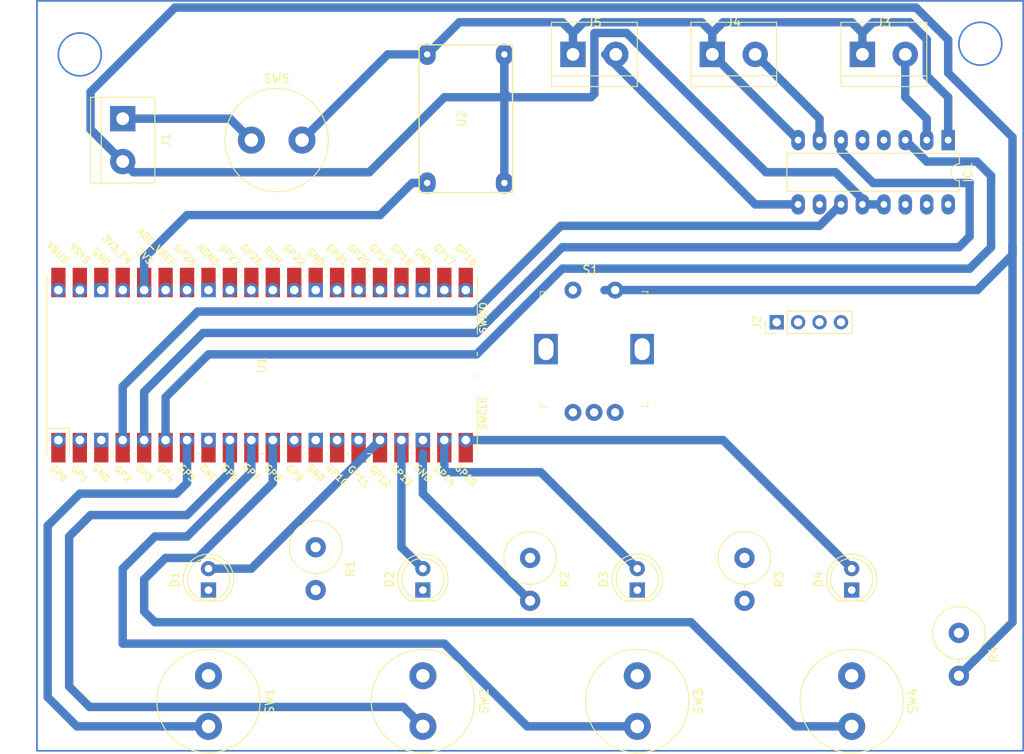
<source format=kicad_pcb>
(kicad_pcb (version 20221018) (generator pcbnew)
  (layers (0 "F.Cu" signal) (31 "B.Cu" signal) (34 "B.Paste" user) (35 "F.Paste" user) (36 "B.SilkS" user "B.Silkscreen") (37 "F.SilkS" user "F.Silkscreen") (38 "B.Mask" user) (39 "F.Mask" user) (44 "Edge.Cuts" user))
  (net 0 "")
  (net 1 "Net-(D1-K)")
  (net 2 "Net-(D1-A)")
  (net 3 "Net-(D2-K)")
  (net 4 "Net-(D2-A)")
  (net 5 "Net-(D3-K)")
  (net 6 "Net-(D3-A)")
  (net 7 "Net-(D4-K)")
  (net 8 "Net-(D4-A)")
  (net 9 "Net-(J1-Pin_1)")
  (net 10 "+BATT")
  (net 11 "GND")
  (net 13 "Net-(U1-GPIO11)")
  (net 14 "Net-(S1-CH_A)")
  (net 15 "Net-(S1-CH_B)")
  (net 16 "Net-(U1-GPIO5)")
  (net 17 "Net-(U1-GPIO6)")
  (net 18 "Net-(U1-GPIO7)")
  (net 19 "Net-(U1-GPIO8)")
  (net 20 "Net-(J2-Pin_4)")
  (net 21 "Net-(J2-Pin_3)")
  (net 22 "Net-(IC1-I3)")
  (net 23 "Net-(IC1-I2)")
  (net 24 "Net-(IC1-I1)")
  (net 27 "+3V3")
  (net 28 "Net-(IC1-O3)")
  (net 29 "Net-(IC1-O1)")
  (net 30 "Net-(IC1-O2)")
  (footprint "Package_DIP:DIP-16_W7.62mm_LongPads" (layer "F.Cu") (at 158.75 66.04 -90)
    (fp_text reference "IC1" (at 3.81 -2.33 90) (layer "F.SilkS"))
    (fp_text value "ULN2065B")
    (fp_line (start 1.56 -1.33) (end 1.56 19.11) (stroke (width 0.12)) (layer "F.SilkS"))
    (fp_line (start 1.56 19.11) (end 6.06 19.11) (stroke (width 0.12)) (layer "F.SilkS"))
    (fp_line (start 2.81 -1.33) (end 1.56 -1.33) (stroke (width 0.12)) (layer "F.SilkS"))
    (fp_line (start 6.06 -1.33) (end 4.81 -1.33) (stroke (width 0.12)) (layer "F.SilkS"))
    (fp_line (start 6.06 19.11) (end 6.06 -1.33) (stroke (width 0.12)) (layer "F.SilkS"))
    (fp_arc (start 4.81 -1.33) (mid 3.81 -0.33) (end 2.81 -1.33) (stroke (width 0.12)) (layer "F.SilkS"))
    (pad "1" thru_hole rect (at 0 0 270) (size 2.4 1.6) (drill 0.8) (layers "*.Cu" "*.Mask") (net 10 "+BATT"))
    (pad "2" thru_hole oval (at 0 2.54 270) (size 2.4 1.6) (drill 0.8) (layers "*.Cu" "*.Mask") (net 29 "Net-(IC1-O1)"))
    (pad "3" thru_hole oval (at 0 5.08 270) (size 2.4 1.6) (drill 0.8) (layers "*.Cu" "*.Mask") (net 24 "Net-(IC1-I1)"))
    (pad "4" thru_hole oval (at 0 7.62 270) (size 2.4 1.6) (drill 0.8) (layers "*.Cu" "*.Mask") (net 11 "GND"))
    (pad "5" thru_hole oval (at 0 10.16 270) (size 2.4 1.6) (drill 0.8) (layers "*.Cu" "*.Mask") (net 11 "GND"))
    (pad "6" thru_hole oval (at 0 12.7 270) (size 2.4 1.6) (drill 0.8) (layers "*.Cu" "*.Mask") (net 23 "Net-(IC1-I2)"))
    (pad "7" thru_hole oval (at 0 15.24 270) (size 2.4 1.6) (drill 0.8) (layers "*.Cu" "*.Mask") (net 30 "Net-(IC1-O2)"))
    (pad "8" thru_hole oval (at 0 17.78 270) (size 2.4 1.6) (drill 0.8) (layers "*.Cu" "*.Mask") (net 10 "+BATT"))
    (pad "9" thru_hole oval (at 7.62 17.78 270) (size 2.4 1.6) (drill 0.8) (layers "*.Cu" "*.Mask") (net 28 "Net-(IC1-O3)"))
    (pad "10" thru_hole oval (at 7.62 15.24 270) (size 2.4 1.6) (drill 0.8) (layers "*.Cu" "*.Mask"))
    (pad "11" thru_hole oval (at 7.62 12.7 270) (size 2.4 1.6) (drill 0.8) (layers "*.Cu" "*.Mask") (net 22 "Net-(IC1-I3)"))
    (pad "12" thru_hole oval (at 7.62 10.16 270) (size 2.4 1.6) (drill 0.8) (layers "*.Cu" "*.Mask") (net 11 "GND"))
    (pad "13" thru_hole oval (at 7.62 7.62 270) (size 2.4 1.6) (drill 0.8) (layers "*.Cu" "*.Mask") (net 11 "GND"))
    (pad "14" thru_hole oval (at 7.62 5.08 270) (size 2.4 1.6) (drill 0.8) (layers "*.Cu" "*.Mask"))
    (pad "15" thru_hole oval (at 7.62 2.54 270) (size 2.4 1.6) (drill 0.8) (layers "*.Cu" "*.Mask"))
    (pad "16" thru_hole oval (at 7.62 0 270) (size 2.4 1.6) (drill 0.8) (layers "*.Cu" "*.Mask"))
  )
  (footprint "Inductor_THT:L_Radial_D12.0mm_P6.00mm_MuRATA_1900R" (layer "F.Cu") (at 76.2 66.04)
    (fp_text reference "SW5" (at 3 -7.25) (layer "F.SilkS"))
    (fp_text value "POWER_SW")
    (fp_circle (center 3 0) (end 9.12 0) (stroke (width 0.12)) (fill none) (layer "F.SilkS"))
    (pad "1" thru_hole circle (at 0 0) (size 3.2 3.2) (drill 1.6) (layers "*.Cu" "*.Mask") (net 9 "Net-(J1-Pin_1)"))
    (pad "2" thru_hole circle (at 6 0) (size 3.2 3.2) (drill 1.6) (layers "*.Cu" "*.Mask") (net 10 "+BATT"))
  )
  (footprint "Mini360_step-down:Mini360_step-down" (layer "F.Cu") (at 101.6 63.5 -90)
    (fp_text reference "U2" (at 0 0.5 90) (layer "F.SilkS"))
    (fp_text value "Mini360")
    (fp_line (start -8.75 -5.54) (end -8.75 5.53) (stroke (width 0.15)) (layer "F.SilkS"))
    (fp_line (start -8.75 -5.54) (end 8.75 -5.54) (stroke (width 0.15)) (layer "F.SilkS"))
    (fp_line (start 8.75 5.53) (end -8.75 5.53) (stroke (width 0.15)) (layer "F.SilkS"))
    (fp_line (start 8.75 5.53) (end 8.75 -5.54) (stroke (width 0.15)) (layer "F.SilkS"))
    (pad "1" thru_hole oval (at -7.62 -4.57 270) (size 2.5 2) (drill 0.762) (layers "*.Cu" "*.Mask") (net 11 "GND"))
    (pad "2" thru_hole oval (at -7.62 4.57 270) (size 2.5 2) (drill 0.762) (layers "*.Cu" "*.Mask") (net 10 "+BATT"))
    (pad "3" thru_hole oval (at 7.62 -4.57 270) (size 2.5 2) (drill 0.762) (layers "*.Cu" "*.Mask") (net 11 "GND"))
    (pad "4" thru_hole oval (at 7.62 4.57 270) (size 2.5 2) (drill 0.762) (layers "*.Cu" "*.Mask") (net 27 "+3V3"))
  )
  (footprint "TerminalBlock:TerminalBlock_bornier-2_P5.08mm" (layer "F.Cu") (at 114.3 55.88)
    (fp_text reference "J5" (at 2.54 -3.75) (layer "F.SilkS"))
    (fp_text value "CH3")
    (fp_line (start -2.54 -3.81) (end -2.54 3.81) (stroke (width 0.12)) (layer "F.SilkS"))
    (fp_line (start -2.54 3.81) (end 7.62 3.81) (stroke (width 0.12)) (layer "F.SilkS"))
    (fp_line (start 7.62 -3.81) (end -2.54 -3.81) (stroke (width 0.12)) (layer "F.SilkS"))
    (fp_line (start 7.62 2.54) (end -2.54 2.54) (stroke (width 0.12)) (layer "F.SilkS"))
    (fp_line (start 7.62 3.81) (end 7.62 -3.81) (stroke (width 0.12)) (layer "F.SilkS"))
    (pad "1" thru_hole rect (at 0 0) (size 3 3) (drill 1.52) (layers "*.Cu" "*.Mask") (net 10 "+BATT"))
    (pad "2" thru_hole circle (at 5.08 0) (size 3 3) (drill 1.52) (layers "*.Cu" "*.Mask") (net 28 "Net-(IC1-O3)"))
  )
  (footprint "LED_THT:LED_D5.0mm" (layer "F.Cu") (at 121.92 119.38 90)
    (fp_text reference "D3" (at 1.27 -3.96 90) (layer "F.SilkS"))
    (fp_text value "LED3")
    (fp_line (start -1.29 -1.545) (end -1.29 1.545) (stroke (width 0.12)) (layer "F.SilkS"))
    (fp_arc (start -1.29 -1.54483) (mid 2.072002 -2.880433) (end 4.26 0.000462) (stroke (width 0.12)) (layer "F.SilkS"))
    (fp_arc (start 4.26 -0.000462) (mid 2.072002 2.880433) (end -1.29 1.54483) (stroke (width 0.12)) (layer "F.SilkS"))
    (fp_circle (center 1.27 0) (end 3.77 0) (stroke (width 0.12)) (fill none) (layer "F.SilkS"))
    (pad "1" thru_hole rect (at 0 0 90) (size 1.8 1.8) (drill 0.9) (layers "*.Cu" "*.Mask") (net 5 "Net-(D3-K)"))
    (pad "2" thru_hole circle (at 2.54 0 90) (size 1.8 1.8) (drill 0.9) (layers "*.Cu" "*.Mask") (net 6 "Net-(D3-A)"))
  )
  (footprint "Connector_PinHeader_2.54mm:PinHeader_1x04_P2.54mm_Vertical" (layer "F.Cu") (at 138.43 87.63 90)
    (fp_text reference "J2" (at 0 -2.33 90) (layer "F.SilkS"))
    (fp_text value "Conn_01x04_Female")
    (fp_line (start -1.33 -1.33) (end 0 -1.33) (stroke (width 0.12)) (layer "F.SilkS"))
    (fp_line (start -1.33 0) (end -1.33 -1.33) (stroke (width 0.12)) (layer "F.SilkS"))
    (fp_line (start -1.33 1.27) (end -1.33 8.95) (stroke (width 0.12)) (layer "F.SilkS"))
    (fp_line (start -1.33 1.27) (end 1.33 1.27) (stroke (width 0.12)) (layer "F.SilkS"))
    (fp_line (start -1.33 8.95) (end 1.33 8.95) (stroke (width 0.12)) (layer "F.SilkS"))
    (fp_line (start 1.33 1.27) (end 1.33 8.95) (stroke (width 0.12)) (layer "F.SilkS"))
    (pad "1" thru_hole rect (at 0 0 90) (size 1.7 1.7) (drill 1) (layers "*.Cu" "*.Mask") (net 11 "GND"))
    (pad "2" thru_hole oval (at 0 2.54 90) (size 1.7 1.7) (drill 1) (layers "*.Cu" "*.Mask") (net 27 "+3V3"))
    (pad "3" thru_hole oval (at 0 5.08 90) (size 1.7 1.7) (drill 1) (layers "*.Cu" "*.Mask") (net 21 "Net-(J2-Pin_3)"))
    (pad "4" thru_hole oval (at 0 7.62 90) (size 1.7 1.7) (drill 1) (layers "*.Cu" "*.Mask") (net 20 "Net-(J2-Pin_4)"))
  )
  (footprint "Resistor_THT:R_Axial_DIN0617_L17.0mm_D6.0mm_P5.08mm_Vertical" (layer "F.Cu") (at 134.62 115.57 -90)
    (fp_text reference "R3" (at 2.54 -4.12 90) (layer "F.SilkS"))
    (fp_text value "R")
    (fp_line (start 3.12 0) (end 3.58 0) (stroke (width 0.12)) (layer "F.SilkS"))
    (fp_circle (center 0 0) (end 3.12 0) (stroke (width 0.12)) (fill none) (layer "F.SilkS"))
    (pad "1" thru_hole circle (at 0 0 270) (size 2.4 2.4) (drill 1.2) (layers "*.Cu" "*.Mask") (net 5 "Net-(D3-K)"))
    (pad "2" thru_hole oval (at 5.08 0 270) (size 2.4 2.4) (drill 1.2) (layers "*.Cu" "*.Mask") (net 11 "GND"))
  )
  (footprint "Resistor_THT:R_Axial_DIN0617_L17.0mm_D6.0mm_P5.08mm_Vertical" (layer "F.Cu") (at 109.22 115.57 -90)
    (fp_text reference "R2" (at 2.54 -4.12 90) (layer "F.SilkS"))
    (fp_text value "R")
    (fp_line (start 3.12 0) (end 3.58 0) (stroke (width 0.12)) (layer "F.SilkS"))
    (fp_circle (center 0 0) (end 3.12 0) (stroke (width 0.12)) (fill none) (layer "F.SilkS"))
    (pad "1" thru_hole circle (at 0 0 270) (size 2.4 2.4) (drill 1.2) (layers "*.Cu" "*.Mask") (net 3 "Net-(D2-K)"))
    (pad "2" thru_hole oval (at 5.08 0 270) (size 2.4 2.4) (drill 1.2) (layers "*.Cu" "*.Mask") (net 11 "GND"))
  )
  (footprint "Inductor_THT:L_Radial_D12.0mm_P6.00mm_MuRATA_1900R" (layer "F.Cu") (at 96.52 129.54 -90)
    (fp_text reference "SW2" (at 3 -7.25 90) (layer "F.SilkS"))
    (fp_text value "BUTTON2")
    (fp_circle (center 3 0) (end 9.12 0) (stroke (width 0.12)) (fill none) (layer "F.SilkS"))
    (pad "1" thru_hole circle (at 0 0 270) (size 3.2 3.2) (drill 1.6) (layers "*.Cu" "*.Mask") (net 11 "GND"))
    (pad "2" thru_hole circle (at 6 0 270) (size 3.2 3.2) (drill 1.6) (layers "*.Cu" "*.Mask") (net 17 "Net-(U1-GPIO6)"))
  )
  (footprint "Resistor_THT:R_Axial_DIN0617_L17.0mm_D6.0mm_P5.08mm_Vertical" (layer "F.Cu") (at 160.02 124.46 -90)
    (fp_text reference "R4" (at 2.54 -4.12 90) (layer "F.SilkS"))
    (fp_text value "R")
    (fp_line (start 3.12 0) (end 3.58 0) (stroke (width 0.12)) (layer "F.SilkS"))
    (fp_circle (center 0 0) (end 3.12 0) (stroke (width 0.12)) (fill none) (layer "F.SilkS"))
    (pad "1" thru_hole circle (at 0 0 270) (size 2.4 2.4) (drill 1.2) (layers "*.Cu" "*.Mask") (net 7 "Net-(D4-K)"))
    (pad "2" thru_hole oval (at 5.08 0 270) (size 2.4 2.4) (drill 1.2) (layers "*.Cu" "*.Mask") (net 11 "GND"))
  )
  (footprint "TerminalBlock:TerminalBlock_bornier-2_P5.08mm" (layer "F.Cu") (at 60.96 63.5 -90)
    (fp_text reference "J1" (at 2.54 -5.08 90) (layer "F.SilkS"))
    (fp_text value "BATTERY")
    (fp_line (start -2.54 -3.81) (end -2.54 3.81) (stroke (width 0.12)) (layer "F.SilkS"))
    (fp_line (start -2.54 3.81) (end 7.62 3.81) (stroke (width 0.12)) (layer "F.SilkS"))
    (fp_line (start 7.62 -3.81) (end -2.54 -3.81) (stroke (width 0.12)) (layer "F.SilkS"))
    (fp_line (start 7.62 2.54) (end -2.54 2.54) (stroke (width 0.12)) (layer "F.SilkS"))
    (fp_line (start 7.62 3.81) (end 7.62 -3.81) (stroke (width 0.12)) (layer "F.SilkS"))
    (pad "1" thru_hole rect (at 0 0 270) (size 3 3) (drill 1.52) (layers "*.Cu" "*.Mask") (net 9 "Net-(J1-Pin_1)"))
    (pad "2" thru_hole circle (at 5.08 0 270) (size 3 3) (drill 1.52) (layers "*.Cu" "*.Mask") (net 11 "GND"))
  )
  (footprint "LED_THT:LED_D5.0mm" (layer "F.Cu") (at 71.12 119.38 90)
    (fp_text reference "D1" (at 1.27 -3.96 90) (layer "F.SilkS"))
    (fp_text value "LED1")
    (fp_line (start -1.29 -1.545) (end -1.29 1.545) (stroke (width 0.12)) (layer "F.SilkS"))
    (fp_arc (start -1.29 -1.54483) (mid 2.072002 -2.880433) (end 4.26 0.000462) (stroke (width 0.12)) (layer "F.SilkS"))
    (fp_arc (start 4.26 -0.000462) (mid 2.072002 2.880433) (end -1.29 1.54483) (stroke (width 0.12)) (layer "F.SilkS"))
    (fp_circle (center 1.27 0) (end 3.77 0) (stroke (width 0.12)) (fill none) (layer "F.SilkS"))
    (pad "1" thru_hole rect (at 0 0 90) (size 1.8 1.8) (drill 0.9) (layers "*.Cu" "*.Mask") (net 1 "Net-(D1-K)"))
    (pad "2" thru_hole circle (at 2.54 0 90) (size 1.8 1.8) (drill 0.9) (layers "*.Cu" "*.Mask") (net 2 "Net-(D1-A)"))
  )
  (footprint "Inductor_THT:L_Radial_D12.0mm_P6.00mm_MuRATA_1900R" (layer "F.Cu") (at 147.32 129.54 -90)
    (fp_text reference "SW4" (at 3 -7.25 90) (layer "F.SilkS"))
    (fp_text value "BUTTON4")
    (fp_circle (center 3 0) (end 9.12 0) (stroke (width 0.12)) (fill none) (layer "F.SilkS"))
    (pad "1" thru_hole circle (at 0 0 270) (size 3.2 3.2) (drill 1.6) (layers "*.Cu" "*.Mask") (net 11 "GND"))
    (pad "2" thru_hole circle (at 6 0 270) (size 3.2 3.2) (drill 1.6) (layers "*.Cu" "*.Mask") (net 19 "Net-(U1-GPIO8)"))
  )
  (footprint "MCU_RaspberryPi_and_Boards:RPi_Pico_SMD_TH" (layer "F.Cu") (at 77.47 92.71 90)
    (fp_text reference "U1" (at 0 0 90) (layer "F.SilkS"))
    (fp_text value "Pico")
    (fp_text user "GP15" (at -13.054 24.13 135) (layer "F.SilkS") (effects (font (size 0.8 0.8))))
    (fp_text user "3V3_EN" (at 13.7 -17.2 135) (layer "F.SilkS") (effects (font (size 0.8 0.8))))
    (fp_text user "GND" (at -12.8 -19.05 135) (layer "F.SilkS") (effects (font (size 0.8 0.8))))
    (fp_text user "GP21" (at 13.054 8.9 135) (layer "F.SilkS") (effects (font (size 0.8 0.8))))
    (fp_text user "GP26" (at 13.054 -1.27 135) (layer "F.SilkS") (effects (font (size 0.8 0.8))))
    (fp_text user "GND" (at 12.8 6.35 135) (layer "F.SilkS") (effects (font (size 0.8 0.8))))
    (fp_text user "GP17" (at 13.054 21.59 135) (layer "F.SilkS") (effects (font (size 0.8 0.8))))
    (fp_text user "GP10" (at -13.054 8.89 135) (layer "F.SilkS") (effects (font (size 0.8 0.8))))
    (fp_text user "GND" (at -12.8 19.05 135) (layer "F.SilkS") (effects (font (size 0.8 0.8))))
    (fp_text user "GP28" (at 13.054 -9.144 135) (layer "F.SilkS") (effects (font (size 0.8 0.8))))
    (fp_text user "GP3" (at -12.8 -13.97 135) (layer "F.SilkS") (effects (font (size 0.8 0.8))))
    (fp_text user "GP11" (at -13.2 11.43 135) (layer "F.SilkS") (effects (font (size 0.8 0.8))))
    (fp_text user "3V3" (at 12.9 -13.9 135) (layer "F.SilkS") (effects (font (size 0.8 0.8))))
    (fp_text user "GP8" (at -12.8 1.27 135) (layer "F.SilkS") (effects (font (size 0.8 0.8))))
    (fp_text user "GP16" (at 13.054 24.13 135) (layer "F.SilkS") (effects (font (size 0.8 0.8))))
    (fp_text user "GP9" (at -12.8 3.81 135) (layer "F.SilkS") (effects (font (size 0.8 0.8))))
    (fp_text user "GND" (at -12.8 6.35 135) (layer "F.SilkS") (effects (font (size 0.8 0.8))))
    (fp_text user "VSYS" (at 13.2 -21.59 135) (layer "F.SilkS") (effects (font (size 0.8 0.8))))
    (fp_text user "VBUS" (at 13.3 -24.2 135) (layer "F.SilkS") (effects (font (size 0.8 0.8))))
    (fp_text user "ADC_VREF" (at 14 -12.5 135) (layer "F.SilkS") (effects (font (size 0.8 0.8))))
    (fp_text user "GP7" (at -12.7 -1.3 135) (layer "F.SilkS") (effects (font (size 0.8 0.8))))
    (fp_text user "GP5" (at -12.8 -8.89 135) (layer "F.SilkS") (effects (font (size 0.8 0.8))))
    (fp_text user "GP19" (at 13.054 13.97 135) (layer "F.SilkS") (effects (font (size 0.8 0.8))))
    (fp_text user "GP4" (at -12.8 -11.43 135) (layer "F.SilkS") (effects (font (size 0.8 0.8))))
    (fp_text user "GP14" (at -13.1 21.59 135) (layer "F.SilkS") (effects (font (size 0.8 0.8))))
    (fp_text user "GP18" (at 13.054 16.51 135) (layer "F.SilkS") (effects (font (size 0.8 0.8))))
    (fp_text user "SWCLK" (at -5.7 26.2 90) (layer "F.SilkS") (effects (font (size 0.8 0.8))))
    (fp_text user "AGND" (at 13.054 -6.35 135) (layer "F.SilkS") (effects (font (size 0.8 0.8))))
    (fp_text user "GP13" (at -13.054 16.51 135) (layer "F.SilkS") (effects (font (size 0.8 0.8))))
    (fp_text user "GND" (at 12.8 19.05 135) (layer "F.SilkS") (effects (font (size 0.8 0.8))))
    (fp_text user "GP0" (at -12.8 -24.13 135) (layer "F.SilkS") (effects (font (size 0.8 0.8))))
    (fp_text user "SWDIO" (at 5.6 26.2 90) (layer "F.SilkS") (effects (font (size 0.8 0.8))))
    (fp_text user "RUN" (at 13 1.27 135) (layer "F.SilkS") (effects (font (size 0.8 0.8))))
    (fp_text user "GND" (at 12.8 -19.05 135) (layer "F.SilkS") (effects (font (size 0.8 0.8))))
    (fp_text user "GP22" (at 13.054 3.81 135) (layer "F.SilkS") (effects (font (size 0.8 0.8))))
    (fp_text user "GP27" (at 13.054 -3.8 135) (layer "F.SilkS") (effects (font (size 0.8 0.8))))
    (fp_text user "GP2" (at -12.9 -16.51 135) (layer "F.SilkS") (effects (font (size 0.8 0.8))))
    (fp_text user "GP1" (at -12.9 -21.6 135) (layer "F.SilkS") (effects (font (size 0.8 0.8))))
    (fp_text user "GP6" (at -12.8 -3.81 135) (layer "F.SilkS") (effects (font (size 0.8 0.8))))
    (fp_text user "GND" (at -12.8 -6.35 135) (layer "F.SilkS") (effects (font (size 0.8 0.8))))
    (fp_text user "GP20" (at 13.054 11.43 135) (layer "F.SilkS") (effects (font (size 0.8 0.8))))
    (fp_text user "GP12" (at -13.2 13.97 135) (layer "F.SilkS") (effects (font (size 0.8 0.8))))
    (fp_line (start -10.5 -25.5) (end -10.5 -25.2) (stroke (width 0.12)) (layer "F.SilkS"))
    (fp_line (start -10.5 -25.5) (end 10.5 -25.5) (stroke (width 0.12)) (layer "F.SilkS"))
    (fp_line (start -10.5 -23.1) (end -10.5 -22.7) (stroke (width 0.12)) (layer "F.SilkS"))
    (fp_line (start -10.5 -22.833) (end -7.493 -22.833) (stroke (width 0.12)) (layer "F.SilkS"))
    (fp_line (start -10.5 -20.5) (end -10.5 -20.1) (stroke (width 0.12)) (layer "F.SilkS"))
    (fp_line (start -10.5 -18) (end -10.5 -17.6) (stroke (width 0.12)) (layer "F.SilkS"))
    (fp_line (start -10.5 -15.4) (end -10.5 -15) (stroke (width 0.12)) (layer "F.SilkS"))
    (fp_line (start -10.5 -12.9) (end -10.5 -12.5) (stroke (width 0.12)) (layer "F.SilkS"))
    (fp_line (start -10.5 -10.4) (end -10.5 -10) (stroke (width 0.12)) (layer "F.SilkS"))
    (fp_line (start -10.5 -7.8) (end -10.5 -7.4) (stroke (width 0.12)) (layer "F.SilkS"))
    (fp_line (start -10.5 -5.3) (end -10.5 -4.9) (stroke (width 0.12)) (layer "F.SilkS"))
    (fp_line (start -10.5 -2.7) (end -10.5 -2.3) (stroke (width 0.12)) (layer "F.SilkS"))
    (fp_line (start -10.5 -0.2) (end -10.5 0.2) (stroke (width 0.12)) (layer "F.SilkS"))
    (fp_line (start -10.5 2.3) (end -10.5 2.7) (stroke (width 0.12)) (layer "F.SilkS"))
    (fp_line (start -10.5 4.9) (end -10.5 5.3) (stroke (width 0.12)) (layer "F.SilkS"))
    (fp_line (start -10.5 7.4) (end -10.5 7.8) (stroke (width 0.12)) (layer "F.SilkS"))
    (fp_line (start -10.5 10) (end -10.5 10.4) (stroke (width 0.12)) (layer "F.SilkS"))
    (fp_line (start -10.5 12.5) (end -10.5 12.9) (stroke (width 0.12)) (layer "F.SilkS"))
    (fp_line (start -10.5 15.1) (end -10.5 15.5) (stroke (width 0.12)) (layer "F.SilkS"))
    (fp_line (start -10.5 17.6) (end -10.5 18) (stroke (width 0.12)) (layer "F.SilkS"))
    (fp_line (start -10.5 20.1) (end -10.5 20.5) (stroke (width 0.12)) (layer "F.SilkS"))
    (fp_line (start -10.5 22.7) (end -10.5 23.1) (stroke (width 0.12)) (layer "F.SilkS"))
    (fp_line (start -7.493 -22.833) (end -7.493 -25.5) (stroke (width 0.12)) (layer "F.SilkS"))
    (fp_line (start -3.7 25.5) (end -10.5 25.5) (stroke (width 0.12)) (layer "F.SilkS"))
    (fp_line (start -1.5 25.5) (end -1.1 25.5) (stroke (width 0.12)) (layer "F.SilkS"))
    (fp_line (start 1.1 25.5) (end 1.5 25.5) (stroke (width 0.12)) (layer "F.SilkS"))
    (fp_line (start 10.5 -25.5) (end 10.5 -25.2) (stroke (width 0.12)) (layer "F.SilkS"))
    (fp_line (start 10.5 -23.1) (end 10.5 -22.7) (stroke (width 0.12)) (layer "F.SilkS"))
    (fp_line (start 10.5 -20.5) (end 10.5 -20.1) (stroke (width 0.12)) (layer "F.SilkS"))
    (fp_line (start 10.5 -18) (end 10.5 -17.6) (stroke (width 0.12)) (layer "F.SilkS"))
    (fp_line (start 10.5 -15.4) (end 10.5 -15) (stroke (width 0.12)) (layer "F.SilkS"))
    (fp_line (start 10.5 -12.9) (end 10.5 -12.5) (stroke (width 0.12)) (layer "F.SilkS"))
    (fp_line (start 10.5 -10.4) (end 10.5 -10) (stroke (width 0.12)) (layer "F.SilkS"))
    (fp_line (start 10.5 -7.8) (end 10.5 -7.4) (stroke (width 0.12)) (layer "F.SilkS"))
    (fp_line (start 10.5 -5.3) (end 10.5 -4.9) (stroke (width 0.12)) (layer "F.SilkS"))
    (fp_line (start 10.5 -2.7) (end 10.5 -2.3) (stroke (width 0.12)) (layer "F.SilkS"))
    (fp_line (start 10.5 -0.2) (end 10.5 0.2) (stroke (width 0.12)) (layer "F.SilkS"))
    (fp_line (start 10.5 2.3) (end 10.5 2.7) (stroke (width 0.12)) (layer "F.SilkS"))
    (fp_line (start 10.5 4.9) (end 10.5 5.3) (stroke (width 0.12)) (layer "F.SilkS"))
    (fp_line (start 10.5 7.4) (end 10.5 7.8) (stroke (width 0.12)) (layer "F.SilkS"))
    (fp_line (start 10.5 10) (end 10.5 10.4) (stroke (width 0.12)) (layer "F.SilkS"))
    (fp_line (start 10.5 12.5) (end 10.5 12.9) (stroke (width 0.12)) (layer "F.SilkS"))
    (fp_line (start 10.5 15.1) (end 10.5 15.5) (stroke (width 0.12)) (layer "F.SilkS"))
    (fp_line (start 10.5 17.6) (end 10.5 18) (stroke (width 0.12)) (layer "F.SilkS"))
    (fp_line (start 10.5 20.1) (end 10.5 20.5) (stroke (width 0.12)) (layer "F.SilkS"))
    (fp_line (start 10.5 22.7) (end 10.5 23.1) (stroke (width 0.12)) (layer "F.SilkS"))
    (fp_line (start 10.5 25.5) (end 3.7 25.5) (stroke (width 0.12)) (layer "F.SilkS"))
    (pad "" np_thru_hole oval (at -2.725 -24 90) (size 1.8 1.8) (drill 1.8) (layers "*.Cu" "*.Mask"))
    (pad "" np_thru_hole oval (at -2.425 -20.97 90) (size 1.5 1.5) (drill 1.5) (layers "*.Cu" "*.Mask"))
    (pad "" np_thru_hole oval (at 2.425 -20.97 90) (size 1.5 1.5) (drill 1.5) (layers "*.Cu" "*.Mask"))
    (pad "" np_thru_hole oval (at 2.725 -24 90) (size 1.8 1.8) (drill 1.8) (layers "*.Cu" "*.Mask"))
    (pad "1" thru_hole oval (at -8.89 -24.13 90) (size 1.7 1.7) (drill 1.02) (layers "*.Cu" "*.Mask") (net 20 "Net-(J2-Pin_4)"))
    (pad "1" smd rect (at -8.89 -24.13 90) (size 3.5 1.7) (drill (offset -0.9 0)) (layers "F.Cu" "F.Mask") (net 20 "Net-(J2-Pin_4)"))
    (pad "2" thru_hole oval (at -8.89 -21.59 90) (size 1.7 1.7) (drill 1.02) (layers "*.Cu" "*.Mask") (net 21 "Net-(J2-Pin_3)"))
    (pad "2" smd rect (at -8.89 -21.59 90) (size 3.5 1.7) (drill (offset -0.9 0)) (layers "F.Cu" "F.Mask") (net 21 "Net-(J2-Pin_3)"))
    (pad "3" thru_hole rect (at -8.89 -19.05 90) (size 1.7 1.7) (drill 1.02) (layers "*.Cu" "*.Mask"))
    (pad "3" smd rect (at -8.89 -19.05 90) (size 3.5 1.7) (drill (offset -0.9 0)) (layers "F.Cu" "F.Mask"))
    (pad "4" thru_hole oval (at -8.89 -16.51 90) (size 1.7 1.7) (drill 1.02) (layers "*.Cu" "*.Mask") (net 22 "Net-(IC1-I3)"))
    (pad "4" smd rect (at -8.89 -16.51 90) (size 3.5 1.7) (drill (offset -0.9 0)) (layers "F.Cu" "F.Mask") (net 22 "Net-(IC1-I3)"))
    (pad "5" thru_hole oval (at -8.89 -13.97 90) (size 1.7 1.7) (drill 1.02) (layers "*.Cu" "*.Mask") (net 23 "Net-(IC1-I2)"))
    (pad "5" smd rect (at -8.89 -13.97 90) (size 3.5 1.7) (drill (offset -0.9 0)) (layers "F.Cu" "F.Mask") (net 23 "Net-(IC1-I2)"))
    (pad "6" thru_hole oval (at -8.89 -11.43 90) (size 1.7 1.7) (drill 1.02) (layers "*.Cu" "*.Mask") (net 24 "Net-(IC1-I1)"))
    (pad "6" smd rect (at -8.89 -11.43 90) (size 3.5 1.7) (drill (offset -0.9 0)) (layers "F.Cu" "F.Mask") (net 24 "Net-(IC1-I1)"))
    (pad "7" thru_hole oval (at -8.89 -8.89 90) (size 1.7 1.7) (drill 1.02) (layers "*.Cu" "*.Mask") (net 16 "Net-(U1-GPIO5)"))
    (pad "7" smd rect (at -8.89 -8.89 90) (size 3.5 1.7) (drill (offset -0.9 0)) (layers "F.Cu" "F.Mask") (net 16 "Net-(U1-GPIO5)"))
    (pad "8" thru_hole rect (at -8.89 -6.35 90) (size 1.7 1.7) (drill 1.02) (layers "*.Cu" "*.Mask"))
    (pad "8" smd rect (at -8.89 -6.35 90) (size 3.5 1.7) (drill (offset -0.9 0)) (layers "F.Cu" "F.Mask"))
    (pad "9" thru_hole oval (at -8.89 -3.81 90) (size 1.7 1.7) (drill 1.02) (layers "*.Cu" "*.Mask") (net 17 "Net-(U1-GPIO6)"))
    (pad "9" smd rect (at -8.89 -3.81 90) (size 3.5 1.7) (drill (offset -0.9 0)) (layers "F.Cu" "F.Mask") (net 17 "Net-(U1-GPIO6)"))
    (pad "10" thru_hole oval (at -8.89 -1.27 90) (size 1.7 1.7) (drill 1.02) (layers "*.Cu" "*.Mask") (net 18 "Net-(U1-GPIO7)"))
    (pad "10" smd rect (at -8.89 -1.27 90) (size 3.5 1.7) (drill (offset -0.9 0)) (layers "F.Cu" "F.Mask") (net 18 "Net-(U1-GPIO7)"))
    (pad "11" thru_hole oval (at -8.89 1.27 90) (size 1.7 1.7) (drill 1.02) (layers "*.Cu" "*.Mask") (net 19 "Net-(U1-GPIO8)"))
    (pad "11" smd rect (at -8.89 1.27 90) (size 3.5 1.7) (drill (offset -0.9 0)) (layers "F.Cu" "F.Mask") (net 19 "Net-(U1-GPIO8)"))
    (pad "12" thru_hole oval (at -8.89 3.81 90) (size 1.7 1.7) (drill 1.02) (layers "*.Cu" "*.Mask") (net 14 "Net-(S1-CH_A)"))
    (pad "12" smd rect (at -8.89 3.81 90) (size 3.5 1.7) (drill (offset -0.9 0)) (layers "F.Cu" "F.Mask") (net 14 "Net-(S1-CH_A)"))
    (pad "13" thru_hole rect (at -8.89 6.35 90) (size 1.7 1.7) (drill 1.02) (layers "*.Cu" "*.Mask"))
    (pad "13" smd rect (at -8.89 6.35 90) (size 3.5 1.7) (drill (offset -0.9 0)) (layers "F.Cu" "F.Mask"))
    (pad "14" thru_hole oval (at -8.89 8.89 90) (size 1.7 1.7) (drill 1.02) (layers "*.Cu" "*.Mask") (net 15 "Net-(S1-CH_B)"))
    (pad "14" smd rect (at -8.89 8.89 90) (size 3.5 1.7) (drill (offset -0.9 0)) (layers "F.Cu" "F.Mask") (net 15 "Net-(S1-CH_B)"))
    (pad "15" thru_hole oval (at -8.89 11.43 90) (size 1.7 1.7) (drill 1.02) (layers "*.Cu" "*.Mask") (net 13 "Net-(U1-GPIO11)"))
    (pad "15" smd rect (at -8.89 11.43 90) (size 3.5 1.7) (drill (offset -0.9 0)) (layers "F.Cu" "F.Mask") (net 13 "Net-(U1-GPIO11)"))
    (pad "16" thru_hole oval (at -8.89 13.97 90) (size 1.7 1.7) (drill 1.02) (layers "*.Cu" "*.Mask") (net 2 "Net-(D1-A)"))
    (pad "16" smd rect (at -8.89 13.97 90) (size 3.5 1.7) (drill (offset -0.9 0)) (layers "F.Cu" "F.Mask") (net 2 "Net-(D1-A)"))
    (pad "17" thru_hole oval (at -8.89 16.51 90) (size 1.7 1.7) (drill 1.02) (layers "*.Cu" "*.Mask") (net 4 "Net-(D2-A)"))
    (pad "17" smd rect (at -8.89 16.51 90) (size 3.5 1.7) (drill (offset -0.9 0)) (layers "F.Cu" "F.Mask") (net 4 "Net-(D2-A)"))
    (pad "18" thru_hole rect (at -8.89 19.05 90) (size 1.7 1.7) (drill 1.02) (layers "*.Cu" "*.Mask"))
    (pad "18" smd rect (at -8.89 19.05 90) (size 3.5 1.7) (drill (offset -0.9 0)) (layers "F.Cu" "F.Mask"))
    (pad "19" thru_hole oval (at -8.89 21.59 90) (size 1.7 1.7) (drill 1.02) (layers "*.Cu" "*.Mask") (net 6 "Net-(D3-A)"))
    (pad "19" smd rect (at -8.89 21.59 90) (size 3.5 1.7) (drill (offset -0.9 0)) (layers "F.Cu" "F.Mask") (net 6 "Net-(D3-A)"))
    (pad "20" thru_hole oval (at -8.89 24.13 90) (size 1.7 1.7) (drill 1.02) (layers "*.Cu" "*.Mask") (net 8 "Net-(D4-A)"))
    (pad "20" smd rect (at -8.89 24.13 90) (size 3.5 1.7) (drill (offset -0.9 0)) (layers "F.Cu" "F.Mask") (net 8 "Net-(D4-A)"))
    (pad "21" thru_hole oval (at 8.89 24.13 90) (size 1.7 1.7) (drill 1.02) (layers "*.Cu" "*.Mask"))
    (pad "21" smd rect (at 8.89 24.13 90) (size 3.5 1.7) (drill (offset 0.9 0)) (layers "F.Cu" "F.Mask"))
    (pad "22" thru_hole oval (at 8.89 21.59 90) (size 1.7 1.7) (drill 1.02) (layers "*.Cu" "*.Mask"))
    (pad "22" smd rect (at 8.89 21.59 90) (size 3.5 1.7) (drill (offset 0.9 0)) (layers "F.Cu" "F.Mask"))
    (pad "23" thru_hole rect (at 8.89 19.05 90) (size 1.7 1.7) (drill 1.02) (layers "*.Cu" "*.Mask"))
    (pad "23" smd rect (at 8.89 19.05 90) (size 3.5 1.7) (drill (offset 0.9 0)) (layers "F.Cu" "F.Mask"))
    (pad "24" thru_hole oval (at 8.89 16.51 90) (size 1.7 1.7) (drill 1.02) (layers "*.Cu" "*.Mask"))
    (pad "24" smd rect (at 8.89 16.51 90) (size 3.5 1.7) (drill (offset 0.9 0)) (layers "F.Cu" "F.Mask"))
    (pad "25" thru_hole oval (at 8.89 13.97 90) (size 1.7 1.7) (drill 1.02) (layers "*.Cu" "*.Mask"))
    (pad "25" smd rect (at 8.89 13.97 90) (size 3.5 1.7) (drill (offset 0.9 0)) (layers "F.Cu" "F.Mask"))
    (pad "26" thru_hole oval (at 8.89 11.43 90) (size 1.7 1.7) (drill 1.02) (layers "*.Cu" "*.Mask"))
    (pad "26" smd rect (at 8.89 11.43 90) (size 3.5 1.7) (drill (offset 0.9 0)) (layers "F.Cu" "F.Mask"))
    (pad "27" thru_hole oval (at 8.89 8.89 90) (size 1.7 1.7) (drill 1.02) (layers "*.Cu" "*.Mask"))
    (pad "27" smd rect (at 8.89 8.89 90) (size 3.5 1.7) (drill (offset 0.9 0)) (layers "F.Cu" "F.Mask"))
    (pad "28" thru_hole rect (at 8.89 6.35 90) (size 1.7 1.7) (drill 1.02) (layers "*.Cu" "*.Mask"))
    (pad "28" smd rect (at 8.89 6.35 90) (size 3.5 1.7) (drill (offset 0.9 0)) (layers "F.Cu" "F.Mask"))
    (pad "29" thru_hole oval (at 8.89 3.81 90) (size 1.7 1.7) (drill 1.02) (layers "*.Cu" "*.Mask"))
    (pad "29" smd rect (at 8.89 3.81 90) (size 3.5 1.7) (drill (offset 0.9 0)) (layers "F.Cu" "F.Mask"))
    (pad "30" thru_hole oval (at 8.89 1.27 90) (size 1.7 1.7) (drill 1.02) (layers "*.Cu" "*.Mask"))
    (pad "30" smd rect (at 8.89 1.27 90) (size 3.5 1.7) (drill (offset 0.9 0)) (layers "F.Cu" "F.Mask"))
    (pad "31" thru_hole oval (at 8.89 -1.27 90) (size 1.7 1.7) (drill 1.02) (layers "*.Cu" "*.Mask"))
    (pad "31" smd rect (at 8.89 -1.27 90) (size 3.5 1.7) (drill (offset 0.9 0)) (layers "F.Cu" "F.Mask"))
    (pad "32" thru_hole oval (at 8.89 -3.81 90) (size 1.7 1.7) (drill 1.02) (layers "*.Cu" "*.Mask"))
    (pad "32" smd rect (at 8.89 -3.81 90) (size 3.5 1.7) (drill (offset 0.9 0)) (layers "F.Cu" "F.Mask"))
    (pad "33" thru_hole rect (at 8.89 -6.35 90) (size 1.7 1.7) (drill 1.02) (layers "*.Cu" "*.Mask"))
    (pad "33" smd rect (at 8.89 -6.35 90) (size 3.5 1.7) (drill (offset 0.9 0)) (layers "F.Cu" "F.Mask"))
    (pad "34" thru_hole oval (at 8.89 -8.89 90) (size 1.7 1.7) (drill 1.02) (layers "*.Cu" "*.Mask"))
    (pad "34" smd rect (at 8.89 -8.89 90) (size 3.5 1.7) (drill (offset 0.9 0)) (layers "F.Cu" "F.Mask"))
    (pad "35" thru_hole oval (at 8.89 -11.43 90) (size 1.7 1.7) (drill 1.02) (layers "*.Cu" "*.Mask"))
    (pad "35" smd rect (at 8.89 -11.43 90) (size 3.5 1.7) (drill (offset 0.9 0)) (layers "F.Cu" "F.Mask"))
    (pad "36" thru_hole oval (at 8.89 -13.97 90) (size 1.7 1.7) (drill 1.02) (layers "*.Cu" "*.Mask") (net 27 "+3V3"))
    (pad "36" smd rect (at 8.89 -13.97 90) (size 3.5 1.7) (drill (offset 0.9 0)) (layers "F.Cu" "F.Mask") (net 27 "+3V3"))
    (pad "37" thru_hole oval (at 8.89 -16.51 90) (size 1.7 1.7) (drill 1.02) (layers "*.Cu" "*.Mask"))
    (pad "37" smd rect (at 8.89 -16.51 90) (size 3.5 1.7) (drill (offset 0.9 0)) (layers "F.Cu" "F.Mask"))
    (pad "38" thru_hole rect (at 8.89 -19.05 90) (size 1.7 1.7) (drill 1.02) (layers "*.Cu" "*.Mask"))
    (pad "38" smd rect (at 8.89 -19.05 90) (size 3.5 1.7) (drill (offset 0.9 0)) (layers "F.Cu" "F.Mask"))
    (pad "39" thru_hole oval (at 8.89 -21.59 90) (size 1.7 1.7) (drill 1.02) (layers "*.Cu" "*.Mask"))
    (pad "39" smd rect (at 8.89 -21.59 90) (size 3.5 1.7) (drill (offset 0.9 0)) (layers "F.Cu" "F.Mask"))
    (pad "40" thru_hole oval (at 8.89 -24.13 90) (size 1.7 1.7) (drill 1.02) (layers "*.Cu" "*.Mask"))
    (pad "40" smd rect (at 8.89 -24.13 90) (size 3.5 1.7) (drill (offset 0.9 0)) (layers "F.Cu" "F.Mask"))
  )
  (footprint "TerminalBlock:TerminalBlock_bornier-2_P5.08mm" (layer "F.Cu") (at 130.81 55.88)
    (fp_text reference "J4" (at 2.54 -3.75) (layer "F.SilkS"))
    (fp_text value "CH2")
    (fp_line (start -2.54 -3.81) (end -2.54 3.81) (stroke (width 0.12)) (layer "F.SilkS"))
    (fp_line (start -2.54 3.81) (end 7.62 3.81) (stroke (width 0.12)) (layer "F.SilkS"))
    (fp_line (start 7.62 -3.81) (end -2.54 -3.81) (stroke (width 0.12)) (layer "F.SilkS"))
    (fp_line (start 7.62 2.54) (end -2.54 2.54) (stroke (width 0.12)) (layer "F.SilkS"))
    (fp_line (start 7.62 3.81) (end 7.62 -3.81) (stroke (width 0.12)) (layer "F.SilkS"))
    (pad "1" thru_hole rect (at 0 0) (size 3 3) (drill 1.52) (layers "*.Cu" "*.Mask") (net 10 "+BATT"))
    (pad "2" thru_hole circle (at 5.08 0) (size 3 3) (drill 1.52) (layers "*.Cu" "*.Mask") (net 30 "Net-(IC1-O2)"))
  )
  (footprint "digikey-footprints:Rotary_Encoder_Switched_PEC11R" (layer "F.Cu") (at 111.1 90.82)
    (fp_text reference "S1" (at 5.275 -9.4) (layer "F.SilkS"))
    (fp_text value "ENCODER")
    (fp_line (start -0.675 -6.825) (end -0.675 -6.15) (stroke (width 0.1)) (layer "F.SilkS"))
    (fp_line (start -0.675 6.825) (end -0.675 6.15) (stroke (width 0.1)) (layer "F.SilkS"))
    (fp_line (start 0.175 -6.825) (end -0.675 -6.825) (stroke (width 0.1)) (layer "F.SilkS"))
    (fp_line (start 0.275 6.825) (end -0.675 6.825) (stroke (width 0.1)) (layer "F.SilkS"))
    (fp_line (start 11.375 -6.825) (end 12.075 -6.825) (stroke (width 0.1)) (layer "F.SilkS"))
    (fp_line (start 12.075 -6.825) (end 12.075 -6.325) (stroke (width 0.1)) (layer "F.SilkS"))
    (fp_line (start 12.075 6.25) (end 12.075 6.825) (stroke (width 0.1)) (layer "F.SilkS"))
    (fp_line (start 12.075 6.825) (end 11.275 6.825) (stroke (width 0.1)) (layer "F.SilkS"))
    (pad "1" thru_hole circle (at 3.2 -7) (size 2 2) (drill 1) (layers "*.Cu" "*.Mask") (net 13 "Net-(U1-GPIO11)"))
    (pad "2" thru_hole circle (at 8.2 -7) (size 2 2) (drill 1) (layers "*.Cu" "*.Mask") (net 11 "GND"))
    (pad "3" thru_hole rect (at 0 0) (size 2.8 3.6) (drill oval 1.8 2.6) (layers "*.Cu" "*.Mask"))
    (pad "3" thru_hole rect (at 11.4 0) (size 2.8 3.6) (drill oval 1.8 2.6) (layers "*.Cu" "*.Mask"))
    (pad "A" thru_hole circle (at 3.2 7.5) (size 2 2) (drill 1) (layers "*.Cu" "*.Mask") (net 14 "Net-(S1-CH_A)"))
    (pad "B" thru_hole circle (at 8.2 7.5) (size 2 2) (drill 1) (layers "*.Cu" "*.Mask") (net 15 "Net-(S1-CH_B)"))
    (pad "C" thru_hole circle (at 5.7 7.5) (size 2 2) (drill 1) (layers "*.Cu" "*.Mask") (net 11 "GND"))
  )
  (footprint "LED_THT:LED_D5.0mm" (layer "F.Cu") (at 147.32 119.38 90)
    (fp_text reference "D4" (at 1.27 -3.96 90) (layer "F.SilkS"))
    (fp_text value "LED4")
    (fp_line (start -1.29 -1.545) (end -1.29 1.545) (stroke (width 0.12)) (layer "F.SilkS"))
    (fp_arc (start -1.29 -1.54483) (mid 2.072002 -2.880433) (end 4.26 0.000462) (stroke (width 0.12)) (layer "F.SilkS"))
    (fp_arc (start 4.26 -0.000462) (mid 2.072002 2.880433) (end -1.29 1.54483) (stroke (width 0.12)) (layer "F.SilkS"))
    (fp_circle (center 1.27 0) (end 3.77 0) (stroke (width 0.12)) (fill none) (layer "F.SilkS"))
    (pad "1" thru_hole rect (at 0 0 90) (size 1.8 1.8) (drill 0.9) (layers "*.Cu" "*.Mask") (net 7 "Net-(D4-K)"))
    (pad "2" thru_hole circle (at 2.54 0 90) (size 1.8 1.8) (drill 0.9) (layers "*.Cu" "*.Mask") (net 8 "Net-(D4-A)"))
  )
  (footprint "Resistor_THT:R_Axial_DIN0617_L17.0mm_D6.0mm_P5.08mm_Vertical" (layer "F.Cu") (at 83.82 114.3 -90)
    (fp_text reference "R1" (at 2.54 -4.12 90) (layer "F.SilkS"))
    (fp_text value "R")
    (fp_line (start 3.12 0) (end 3.58 0) (stroke (width 0.12)) (layer "F.SilkS"))
    (fp_circle (center 0 0) (end 3.12 0) (stroke (width 0.12)) (fill none) (layer "F.SilkS"))
    (pad "1" thru_hole circle (at 0 0 270) (size 2.4 2.4) (drill 1.2) (layers "*.Cu" "*.Mask") (net 1 "Net-(D1-K)"))
    (pad "2" thru_hole oval (at 5.08 0 270) (size 2.4 2.4) (drill 1.2) (layers "*.Cu" "*.Mask") (net 11 "GND"))
  )
  (footprint "Inductor_THT:L_Radial_D12.0mm_P6.00mm_MuRATA_1900R" (layer "F.Cu") (at 121.92 129.54 -90)
    (fp_text reference "SW3" (at 3 -7.25 90) (layer "F.SilkS"))
    (fp_text value "BUTTON3")
    (fp_circle (center 3 0) (end 9.12 0) (stroke (width 0.12)) (fill none) (layer "F.SilkS"))
    (pad "1" thru_hole circle (at 0 0 270) (size 3.2 3.2) (drill 1.6) (layers "*.Cu" "*.Mask") (net 11 "GND"))
    (pad "2" thru_hole circle (at 6 0 270) (size 3.2 3.2) (drill 1.6) (layers "*.Cu" "*.Mask") (net 18 "Net-(U1-GPIO7)"))
  )
  (footprint "Inductor_THT:L_Radial_D12.0mm_P6.00mm_MuRATA_1900R" (layer "F.Cu") (at 71.12 129.54 -90)
    (fp_text reference "SW1" (at 3 -7.25 90) (layer "F.SilkS"))
    (fp_text value "BUTTON1")
    (fp_circle (center 3 0) (end 9.12 0) (stroke (width 0.12)) (fill none) (layer "F.SilkS"))
    (pad "1" thru_hole circle (at 0 0 270) (size 3.2 3.2) (drill 1.6) (layers "*.Cu" "*.Mask") (net 11 "GND"))
    (pad "2" thru_hole circle (at 6 0 270) (size 3.2 3.2) (drill 1.6) (layers "*.Cu" "*.Mask") (net 16 "Net-(U1-GPIO5)"))
  )
  (footprint "LED_THT:LED_D5.0mm" (layer "F.Cu") (at 96.52 119.38 90)
    (fp_text reference "D2" (at 1.27 -3.96 90) (layer "F.SilkS"))
    (fp_text value "LED2")
    (fp_line (start -1.29 -1.545) (end -1.29 1.545) (stroke (width 0.12)) (layer "F.SilkS"))
    (fp_arc (start -1.29 -1.54483) (mid 2.072002 -2.880433) (end 4.26 0.000462) (stroke (width 0.12)) (layer "F.SilkS"))
    (fp_arc (start 4.26 -0.000462) (mid 2.072002 2.880433) (end -1.29 1.54483) (stroke (width 0.12)) (layer "F.SilkS"))
    (fp_circle (center 1.27 0) (end 3.77 0) (stroke (width 0.12)) (fill none) (layer "F.SilkS"))
    (pad "1" thru_hole rect (at 0 0 90) (size 1.8 1.8) (drill 0.9) (layers "*.Cu" "*.Mask") (net 3 "Net-(D2-K)"))
    (pad "2" thru_hole circle (at 2.54 0 90) (size 1.8 1.8) (drill 0.9) (layers "*.Cu" "*.Mask") (net 4 "Net-(D2-A)"))
  )
  (footprint "TerminalBlock:TerminalBlock_bornier-2_P5.08mm" (layer "F.Cu") (at 148.59 55.88)
    (fp_text reference "J3" (at 2.54 -3.75) (layer "F.SilkS"))
    (fp_text value "CH1")
    (fp_line (start -2.54 -3.81) (end -2.54 3.81) (stroke (width 0.12)) (layer "F.SilkS"))
    (fp_line (start -2.54 3.81) (end 7.62 3.81) (stroke (width 0.12)) (layer "F.SilkS"))
    (fp_line (start 7.62 -3.81) (end -2.54 -3.81) (stroke (width 0.12)) (layer "F.SilkS"))
    (fp_line (start 7.62 2.54) (end -2.54 2.54) (stroke (width 0.12)) (layer "F.SilkS"))
    (fp_line (start 7.62 3.81) (end 7.62 -3.81) (stroke (width 0.12)) (layer "F.SilkS"))
    (pad "1" thru_hole rect (at 0 0) (size 3 3) (drill 1.52) (layers "*.Cu" "*.Mask") (net 10 "+BATT"))
    (pad "2" thru_hole circle (at 5.08 0) (size 3 3) (drill 1.52) (layers "*.Cu" "*.Mask") (net 29 "Net-(IC1-O1)"))
  )
  (gr_circle (center 162.56 54.61) (end 165.1 54.61) (stroke (width 0.2)) (fill none) (layer "B.Cu"))
  (gr_circle (center 55.88 55.88) (end 58.42 55.88) (stroke (width 0.2)) (fill none) (layer "B.Cu"))
  (gr_rect (start 50.8 49.53) (end 167.64 138.43) (stroke (width 0.2)) (fill none) (layer "B.Cu"))
  (segment (start 91.44 101.6) (end 76.2 116.84) (width 1) (layer "B.Cu") (net 2))
  (segment (start 76.2 116.84) (end 71.12 116.84) (width 1) (layer "B.Cu") (net 2))
  (segment (start 93.98 114.3) (end 96.52 116.84) (width 1) (layer "B.Cu") (net 4))
  (segment (start 93.98 101.6) (end 93.98 114.3) (width 1) (layer "B.Cu") (net 4))
  (segment (start 110.49 105.41) (end 121.92 116.84) (width 1) (layer "B.Cu") (net 6))
  (segment (start 99.06 105.41) (end 110.49 105.41) (width 1) (layer "B.Cu") (net 6))
  (segment (start 99.06 101.6) (end 99.06 105.41) (width 1) (layer "B.Cu") (net 6))
  (segment (start 132.08 101.6) (end 147.32 116.84) (width 1) (layer "B.Cu") (net 8))
  (segment (start 101.6 101.6) (end 132.08 101.6) (width 1) (layer "B.Cu") (net 8))
  (segment (start 60.96 63.5) (end 73.66 63.5) (width 1) (layer "B.Cu") (net 9))
  (segment (start 73.66 63.5) (end 76.2 66.04) (width 1) (layer "B.Cu") (net 9))
  (segment (start 156.21 58.42) (end 158.75 60.96) (width 1) (layer "B.Cu") (net 10))
  (segment (start 114.3 53.34) (end 113.03 52.07) (width 1) (layer "B.Cu") (net 10))
  (segment (start 92.36 55.88) (end 97.03 55.88) (width 1) (layer "B.Cu") (net 10))
  (segment (start 149.86 52.07) (end 154.183738 52.07) (width 1) (layer "B.Cu") (net 10))
  (segment (start 100.84 52.07) (end 97.03 55.88) (width 1) (layer "B.Cu") (net 10))
  (segment (start 156.21 54.096262) (end 156.21 58.42) (width 1) (layer "B.Cu") (net 10))
  (segment (start 114.3 53.34) (end 115.57 52.07) (width 1) (layer "B.Cu") (net 10))
  (segment (start 130.81 53.34) (end 132.08 52.07) (width 1) (layer "B.Cu") (net 10))
  (segment (start 158.75 60.96) (end 158.75 66.04) (width 1) (layer "B.Cu") (net 10))
  (segment (start 130.81 53.34) (end 130.81 55.88) (width 1) (layer "B.Cu") (net 10))
  (segment (start 148.59 53.34) (end 149.86 52.07) (width 1) (layer "B.Cu") (net 10))
  (segment (start 154.183738 52.07) (end 156.21 54.096262) (width 1) (layer "B.Cu") (net 10))
  (segment (start 114.3 55.88) (end 114.3 53.34) (width 1) (layer "B.Cu") (net 10))
  (segment (start 148.59 55.88) (end 148.59 53.34) (width 1) (layer "B.Cu") (net 10))
  (segment (start 132.08 52.07) (end 147.32 52.07) (width 1) (layer "B.Cu") (net 10))
  (segment (start 82.2 66.04) (end 92.36 55.88) (width 1) (layer "B.Cu") (net 10))
  (segment (start 113.03 52.07) (end 100.84 52.07) (width 1) (layer "B.Cu") (net 10))
  (segment (start 147.32 52.07) (end 148.59 53.34) (width 1) (layer "B.Cu") (net 10))
  (segment (start 115.57 52.07) (end 129.54 52.07) (width 1) (layer "B.Cu") (net 10))
  (segment (start 140.97 66.04) (end 130.81 55.88) (width 1) (layer "B.Cu") (net 10))
  (segment (start 129.54 52.07) (end 130.81 53.34) (width 1) (layer "B.Cu") (net 10))
  (segment (start 116.43 60.96) (end 106.68 60.96) (width 1) (layer "B.Cu") (net 11))
  (segment (start 90.17 69.85) (end 99.06 60.96) (width 1) (layer "B.Cu") (net 11))
  (segment (start 116.84 60.55) (end 116.43 60.96) (width 1) (layer "B.Cu") (net 11))
  (segment (start 166.37 79.637056) (end 166.37 78.74) (width 1) (layer "B.Cu") (net 11))
  (segment (start 116.84 53.34) (end 116.84 60.55) (width 1) (layer "B.Cu") (net 11))
  (segment (start 96.52 107.95) (end 96.52 103.15) (width 1) (layer "B.Cu") (net 11))
  (segment (start 109.22 120.65) (end 96.52 107.95) (width 1) (layer "B.Cu") (net 11))
  (segment (start 148.59 73.66) (end 148.59 73.025) (width 1) (layer "B.Cu") (net 11))
  (segment (start 137.16 69.85) (end 120.65 53.34) (width 1) (layer "B.Cu") (net 11))
  (segment (start 158.75 58.071201) (end 158.75 54.139603) (width 1) (layer "B.Cu") (net 11))
  (segment (start 154.940397 50.33) (end 67.145 50.33) (width 1) (layer "B.Cu") (net 11))
  (segment (start 106.17 71.12) (end 106.17 55.88) (width 1) (layer "B.Cu") (net 11))
  (segment (start 166.37 65.691201) (end 158.75 58.071201) (width 1) (layer "B.Cu") (net 11))
  (segment (start 60.96 68.58) (end 62.23 69.85) (width 1) (layer "B.Cu") (net 11))
  (segment (start 166.37 123.19) (end 166.37 78.74) (width 1) (layer "B.Cu") (net 11))
  (segment (start 145.415 69.85) (end 137.16 69.85) (width 1) (layer "B.Cu") (net 11))
  (segment (start 57.15 64.77) (end 60.96 68.58) (width 1) (layer "B.Cu") (net 11))
  (segment (start 148.59 73.66) (end 151.13 73.66) (width 1) (layer "B.Cu") (net 11))
  (segment (start 158.75 54.139603) (end 154.940397 50.33) (width 1) (layer "B.Cu") (net 11))
  (segment (start 106.68 60.96) (end 106.17 60.45) (width 1) (layer "B.Cu") (net 11))
  (segment (start 57.15 60.325) (end 57.15 64.77) (width 1) (layer "B.Cu") (net 11))
  (segment (start 162.187056 83.82) (end 166.37 79.637056) (width 1) (layer "B.Cu") (net 11))
  (segment (start 120.65 53.34) (end 116.84 53.34) (width 1) (layer "B.Cu") (net 11))
  (segment (start 106.17 60.45) (end 106.17 55.88) (width 1) (layer "B.Cu") (net 11))
  (segment (start 99.06 60.96) (end 106.68 60.96) (width 1) (layer "B.Cu") (net 11))
  (segment (start 118.03 83.82) (end 162.187056 83.82) (width 1) (layer "B.Cu") (net 11))
  (segment (start 148.59 73.025) (end 145.415 69.85) (width 1) (layer "B.Cu") (net 11))
  (segment (start 160.02 129.54) (end 166.37 123.19) (width 1) (layer "B.Cu") (net 11))
  (segment (start 67.145 50.33) (end 57.15 60.325) (width 1) (layer "B.Cu") (net 11))
  (segment (start 62.23 69.85) (end 90.17 69.85) (width 1) (layer "B.Cu") (net 11))
  (segment (start 166.37 78.74) (end 166.37 65.691201) (width 1) (layer "B.Cu") (net 11))
  (segment (start 67.31 107.95) (end 55.88 107.95) (width 1) (layer "B.Cu") (net 16))
  (segment (start 52.07 111.76) (end 52.07 132.08) (width 1) (layer "B.Cu") (net 16))
  (segment (start 52.07 132.08) (end 55.53 135.54) (width 1) (layer "B.Cu") (net 16))
  (segment (start 55.53 135.54) (end 71.12 135.54) (width 1) (layer "B.Cu") (net 16))
  (segment (start 55.88 107.95) (end 52.07 111.76) (width 1) (layer "B.Cu") (net 16))
  (segment (start 68.58 106.68) (end 67.31 107.95) (width 1) (layer "B.Cu") (net 16))
  (segment (start 68.58 101.6) (end 68.58 106.68) (width 1) (layer "B.Cu") (net 16))
  (segment (start 54.61 113.03) (end 57.15 110.49) (width 1) (layer "B.Cu") (net 17))
  (segment (start 73.66 105.41) (end 73.66 101.6) (width 1) (layer "B.Cu") (net 17))
  (segment (start 96.52 135.54) (end 94.22 133.24) (width 1) (layer "B.Cu") (net 17))
  (segment (start 68.58 110.49) (end 73.66 105.41) (width 1) (layer "B.Cu") (net 17))
  (segment (start 57.04 133.24) (end 54.61 130.81) (width 1) (layer "B.Cu") (net 17))
  (segment (start 94.22 133.24) (end 57.04 133.24) (width 1) (layer "B.Cu") (net 17))
  (segment (start 57.15 110.49) (end 68.58 110.49) (width 1) (layer "B.Cu") (net 17))
  (segment (start 54.61 130.81) (end 54.61 113.03) (width 1) (layer "B.Cu") (net 17))
  (segment (start 60.96 116.84) (end 64.77 113.03) (width 1) (layer "B.Cu") (net 18))
  (segment (start 68.58 113.03) (end 76.2 105.41) (width 1) (layer "B.Cu") (net 18))
  (segment (start 99.06 125.73) (end 60.96 125.73) (width 1) (layer "B.Cu") (net 18))
  (segment (start 60.96 125.73) (end 60.96 116.84) (width 1) (layer "B.Cu") (net 18))
  (segment (start 64.77 113.03) (end 68.58 113.03) (width 1) (layer "B.Cu") (net 18))
  (segment (start 108.87 135.54) (end 99.06 125.73) (width 1) (layer "B.Cu") (net 18))
  (segment (start 76.2 105.41) (end 76.2 101.6) (width 1) (layer "B.Cu") (net 18))
  (segment (start 121.92 135.54) (end 108.87 135.54) (width 1) (layer "B.Cu") (net 18))
  (segment (start 69.85 115.57) (end 66.04 115.57) (width 1) (layer "B.Cu") (net 19))
  (segment (start 66.04 115.57) (end 63.5 118.11) (width 1) (layer "B.Cu") (net 19))
  (segment (start 64.77 123.19) (end 128.27 123.19) (width 1) (layer "B.Cu") (net 19))
  (segment (start 140.62 135.54) (end 147.32 135.54) (width 1) (layer "B.Cu") (net 19))
  (segment (start 78.74 101.6) (end 78.74 106.68) (width 1) (layer "B.Cu") (net 19))
  (segment (start 128.27 123.19) (end 140.62 135.54) (width 1) (layer "B.Cu") (net 19))
  (segment (start 78.74 106.68) (end 69.85 115.57) (width 1) (layer "B.Cu") (net 19))
  (segment (start 63.5 121.92) (end 64.77 123.19) (width 1) (layer "B.Cu") (net 19))
  (segment (start 63.5 118.11) (end 63.5 121.92) (width 1) (layer "B.Cu") (net 19))
  (segment (start 112.856016 76.2) (end 143.51 76.2) (width 1) (layer "B.Cu") (net 22))
  (segment (start 143.51 76.2) (end 146.05 73.66) (width 1) (layer "B.Cu") (net 22))
  (segment (start 60.96 101.6) (end 60.96 95.25) (width 1) (layer "B.Cu") (net 22))
  (segment (start 60.96 95.25) (end 69.85 86.36) (width 1) (layer "B.Cu") (net 22))
  (segment (start 69.85 86.36) (end 102.696016 86.36) (width 1) (layer "B.Cu") (net 22))
  (segment (start 102.696016 86.36) (end 112.856016 76.2) (width 1) (layer "B.Cu") (net 22))
  (segment (start 149.86 71.12) (end 146.05 67.31) (width 1) (layer "B.Cu") (net 23))
  (segment (start 113.03 78.74) (end 160.02 78.74) (width 1) (layer "B.Cu") (net 23))
  (segment (start 63.5 101.6) (end 63.5 95.885) (width 1) (layer "B.Cu") (net 23))
  (segment (start 146.05 67.31) (end 146.05 66.04) (width 1) (layer "B.Cu") (net 23))
  (segment (start 161.29 71.12) (end 149.86 71.12) (width 1) (layer "B.Cu") (net 23))
  (segment (start 161.29 77.47) (end 161.29 71.12) (width 1) (layer "B.Cu") (net 23))
  (segment (start 102.87 88.9) (end 113.03 78.74) (width 1) (layer "B.Cu") (net 23))
  (segment (start 160.02 78.74) (end 161.29 77.47) (width 1) (layer "B.Cu") (net 23))
  (segment (start 70.485 88.9) (end 102.87 88.9) (width 1) (layer "B.Cu") (net 23))
  (segment (start 63.5 95.885) (end 70.485 88.9) (width 1) (layer "B.Cu") (net 23))
  (segment (start 66.04 96.52) (end 71.12 91.44) (width 1) (layer "B.Cu") (net 24))
  (segment (start 162.138528 68.58) (end 156.21 68.58) (width 1) (layer "B.Cu") (net 24))
  (segment (start 113.03 81.28) (end 161.29 81.28) (width 1) (layer "B.Cu") (net 24))
  (segment (start 156.21 68.58) (end 153.67 66.04) (width 1) (layer "B.Cu") (net 24))
  (segment (start 163.83 70.271472) (end 162.138528 68.58) (width 1) (layer "B.Cu") (net 24))
  (segment (start 161.29 81.28) (end 163.83 78.74) (width 1) (layer "B.Cu") (net 24))
  (segment (start 102.87 91.44) (end 113.03 81.28) (width 1) (layer "B.Cu") (net 24))
  (segment (start 163.83 78.74) (end 163.83 70.271472) (width 1) (layer "B.Cu") (net 24))
  (segment (start 71.12 91.44) (end 102.87 91.44) (width 1) (layer "B.Cu") (net 24))
  (segment (start 66.04 101.6) (end 66.04 96.52) (width 1) (layer "B.Cu") (net 24))
  (segment (start 63.5 80.01) (end 63.5 83.82) (width 1) (layer "B.Cu") (net 27))
  (segment (start 95.25 71.12) (end 91.44 74.93) (width 1) (layer "B.Cu") (net 27))
  (segment (start 97.03 71.12) (end 95.25 71.12) (width 1) (layer "B.Cu") (net 27))
  (segment (start 68.58 74.93) (end 63.5 80.01) (width 1) (layer "B.Cu") (net 27))
  (segment (start 91.44 74.93) (end 68.58 74.93) (width 1) (layer "B.Cu") (net 27))
  (segment (start 135.89 73.66) (end 140.97 73.66) (width 1) (layer "B.Cu") (net 28))
  (segment (start 118.11 55.88) (end 135.89 73.66) (width 1) (layer "B.Cu") (net 28))
  (segment (start 153.67 55.88) (end 153.67 60.96) (width 1) (layer "B.Cu") (net 29))
  (segment (start 153.67 60.96) (end 156.21 63.5) (width 1) (layer "B.Cu") (net 29))
  (segment (start 156.21 63.5) (end 156.21 66.04) (width 1) (layer "B.Cu") (net 29))
  (segment (start 143.51 63.5) (end 143.51 66.04) (width 1) (layer "B.Cu") (net 30))
  (segment (start 135.89 55.88) (end 143.51 63.5) (width 1) (layer "B.Cu") (net 30))
)
</source>
